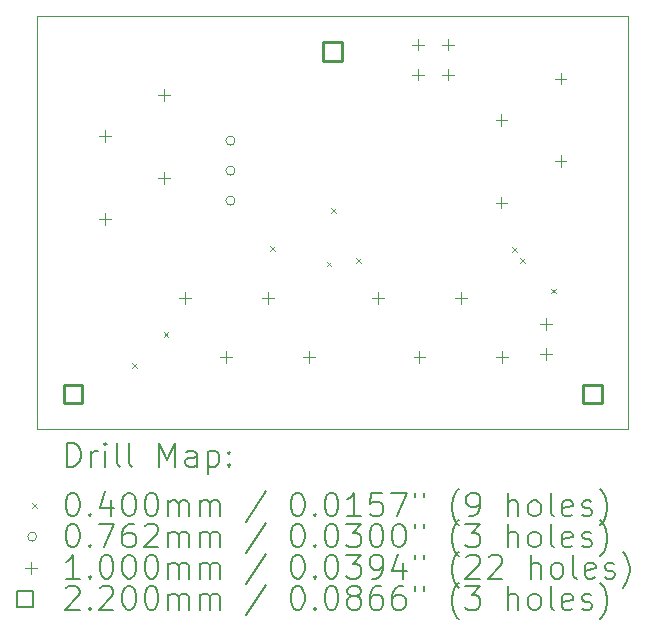
<source format=gbr>
%TF.GenerationSoftware,KiCad,Pcbnew,(6.0.8-1)-1*%
%TF.CreationDate,2022-12-26T00:29:07-06:00*%
%TF.ProjectId,CAN Distribution With Debug,43414e20-4469-4737-9472-69627574696f,rev?*%
%TF.SameCoordinates,Original*%
%TF.FileFunction,Drillmap*%
%TF.FilePolarity,Positive*%
%FSLAX45Y45*%
G04 Gerber Fmt 4.5, Leading zero omitted, Abs format (unit mm)*
G04 Created by KiCad (PCBNEW (6.0.8-1)-1) date 2022-12-26 00:29:07*
%MOMM*%
%LPD*%
G01*
G04 APERTURE LIST*
%ADD10C,0.100000*%
%ADD11C,0.200000*%
%ADD12C,0.040000*%
%ADD13C,0.076200*%
%ADD14C,0.220000*%
G04 APERTURE END LIST*
D10*
X9400000Y-8510000D02*
X14400000Y-8510000D01*
X14400000Y-8510000D02*
X14400000Y-12010000D01*
X14400000Y-12010000D02*
X9400000Y-12010000D01*
X9400000Y-12010000D02*
X9400000Y-8510000D01*
D11*
D12*
X10200000Y-11450000D02*
X10240000Y-11490000D01*
X10240000Y-11450000D02*
X10200000Y-11490000D01*
X10470000Y-11190000D02*
X10510000Y-11230000D01*
X10510000Y-11190000D02*
X10470000Y-11230000D01*
X11370000Y-10460000D02*
X11410000Y-10500000D01*
X11410000Y-10460000D02*
X11370000Y-10500000D01*
X11850000Y-10590000D02*
X11890000Y-10630000D01*
X11890000Y-10590000D02*
X11850000Y-10630000D01*
X11890000Y-10140000D02*
X11930000Y-10180000D01*
X11930000Y-10140000D02*
X11890000Y-10180000D01*
X12100000Y-10560000D02*
X12140000Y-10600000D01*
X12140000Y-10560000D02*
X12100000Y-10600000D01*
X13420000Y-10470000D02*
X13460000Y-10510000D01*
X13460000Y-10470000D02*
X13420000Y-10510000D01*
X13490000Y-10560000D02*
X13530000Y-10600000D01*
X13530000Y-10560000D02*
X13490000Y-10600000D01*
X13750000Y-10820000D02*
X13790000Y-10860000D01*
X13790000Y-10820000D02*
X13750000Y-10860000D01*
D13*
X11073100Y-9566000D02*
G75*
G03*
X11073100Y-9566000I-38100J0D01*
G01*
X11073100Y-9820000D02*
G75*
G03*
X11073100Y-9820000I-38100J0D01*
G01*
X11073100Y-10074000D02*
G75*
G03*
X11073100Y-10074000I-38100J0D01*
G01*
D10*
X9970000Y-9480000D02*
X9970000Y-9580000D01*
X9920000Y-9530000D02*
X10020000Y-9530000D01*
X9970000Y-10180000D02*
X9970000Y-10280000D01*
X9920000Y-10230000D02*
X10020000Y-10230000D01*
X10470000Y-9130000D02*
X10470000Y-9230000D01*
X10420000Y-9180000D02*
X10520000Y-9180000D01*
X10470000Y-9830000D02*
X10470000Y-9930000D01*
X10420000Y-9880000D02*
X10520000Y-9880000D01*
X10650000Y-10850500D02*
X10650000Y-10950500D01*
X10600000Y-10900500D02*
X10700000Y-10900500D01*
X11000000Y-11350500D02*
X11000000Y-11450500D01*
X10950000Y-11400500D02*
X11050000Y-11400500D01*
X11350000Y-10850500D02*
X11350000Y-10950500D01*
X11300000Y-10900500D02*
X11400000Y-10900500D01*
X11700000Y-11350500D02*
X11700000Y-11450500D01*
X11650000Y-11400500D02*
X11750000Y-11400500D01*
X12285000Y-10850500D02*
X12285000Y-10950500D01*
X12235000Y-10900500D02*
X12335000Y-10900500D01*
X12626000Y-8702250D02*
X12626000Y-8802250D01*
X12576000Y-8752250D02*
X12676000Y-8752250D01*
X12626000Y-8956250D02*
X12626000Y-9056250D01*
X12576000Y-9006250D02*
X12676000Y-9006250D01*
X12635000Y-11350500D02*
X12635000Y-11450500D01*
X12585000Y-11400500D02*
X12685000Y-11400500D01*
X12880000Y-8702250D02*
X12880000Y-8802250D01*
X12830000Y-8752250D02*
X12930000Y-8752250D01*
X12880000Y-8956250D02*
X12880000Y-9056250D01*
X12830000Y-9006250D02*
X12930000Y-9006250D01*
X12985000Y-10850500D02*
X12985000Y-10950500D01*
X12935000Y-10900500D02*
X13035000Y-10900500D01*
X13330000Y-9340000D02*
X13330000Y-9440000D01*
X13280000Y-9390000D02*
X13380000Y-9390000D01*
X13330000Y-10040000D02*
X13330000Y-10140000D01*
X13280000Y-10090000D02*
X13380000Y-10090000D01*
X13335000Y-11350500D02*
X13335000Y-11450500D01*
X13285000Y-11400500D02*
X13385000Y-11400500D01*
X13710000Y-11070000D02*
X13710000Y-11170000D01*
X13660000Y-11120000D02*
X13760000Y-11120000D01*
X13710000Y-11324000D02*
X13710000Y-11424000D01*
X13660000Y-11374000D02*
X13760000Y-11374000D01*
X13830000Y-8990000D02*
X13830000Y-9090000D01*
X13780000Y-9040000D02*
X13880000Y-9040000D01*
X13830000Y-9690000D02*
X13830000Y-9790000D01*
X13780000Y-9740000D02*
X13880000Y-9740000D01*
D14*
X9777783Y-11787782D02*
X9777783Y-11632217D01*
X9622218Y-11632217D01*
X9622218Y-11787782D01*
X9777783Y-11787782D01*
X11977782Y-8887783D02*
X11977782Y-8732218D01*
X11822217Y-8732218D01*
X11822217Y-8887783D01*
X11977782Y-8887783D01*
X14177782Y-11787782D02*
X14177782Y-11632217D01*
X14022217Y-11632217D01*
X14022217Y-11787782D01*
X14177782Y-11787782D01*
D11*
X9652619Y-12325476D02*
X9652619Y-12125476D01*
X9700238Y-12125476D01*
X9728810Y-12135000D01*
X9747857Y-12154048D01*
X9757381Y-12173095D01*
X9766905Y-12211190D01*
X9766905Y-12239762D01*
X9757381Y-12277857D01*
X9747857Y-12296905D01*
X9728810Y-12315952D01*
X9700238Y-12325476D01*
X9652619Y-12325476D01*
X9852619Y-12325476D02*
X9852619Y-12192143D01*
X9852619Y-12230238D02*
X9862143Y-12211190D01*
X9871667Y-12201667D01*
X9890714Y-12192143D01*
X9909762Y-12192143D01*
X9976429Y-12325476D02*
X9976429Y-12192143D01*
X9976429Y-12125476D02*
X9966905Y-12135000D01*
X9976429Y-12144524D01*
X9985952Y-12135000D01*
X9976429Y-12125476D01*
X9976429Y-12144524D01*
X10100238Y-12325476D02*
X10081190Y-12315952D01*
X10071667Y-12296905D01*
X10071667Y-12125476D01*
X10205000Y-12325476D02*
X10185952Y-12315952D01*
X10176429Y-12296905D01*
X10176429Y-12125476D01*
X10433571Y-12325476D02*
X10433571Y-12125476D01*
X10500238Y-12268333D01*
X10566905Y-12125476D01*
X10566905Y-12325476D01*
X10747857Y-12325476D02*
X10747857Y-12220714D01*
X10738333Y-12201667D01*
X10719286Y-12192143D01*
X10681190Y-12192143D01*
X10662143Y-12201667D01*
X10747857Y-12315952D02*
X10728810Y-12325476D01*
X10681190Y-12325476D01*
X10662143Y-12315952D01*
X10652619Y-12296905D01*
X10652619Y-12277857D01*
X10662143Y-12258809D01*
X10681190Y-12249286D01*
X10728810Y-12249286D01*
X10747857Y-12239762D01*
X10843095Y-12192143D02*
X10843095Y-12392143D01*
X10843095Y-12201667D02*
X10862143Y-12192143D01*
X10900238Y-12192143D01*
X10919286Y-12201667D01*
X10928810Y-12211190D01*
X10938333Y-12230238D01*
X10938333Y-12287381D01*
X10928810Y-12306428D01*
X10919286Y-12315952D01*
X10900238Y-12325476D01*
X10862143Y-12325476D01*
X10843095Y-12315952D01*
X11024048Y-12306428D02*
X11033571Y-12315952D01*
X11024048Y-12325476D01*
X11014524Y-12315952D01*
X11024048Y-12306428D01*
X11024048Y-12325476D01*
X11024048Y-12201667D02*
X11033571Y-12211190D01*
X11024048Y-12220714D01*
X11014524Y-12211190D01*
X11024048Y-12201667D01*
X11024048Y-12220714D01*
D12*
X9355000Y-12635000D02*
X9395000Y-12675000D01*
X9395000Y-12635000D02*
X9355000Y-12675000D01*
D11*
X9690714Y-12545476D02*
X9709762Y-12545476D01*
X9728810Y-12555000D01*
X9738333Y-12564524D01*
X9747857Y-12583571D01*
X9757381Y-12621667D01*
X9757381Y-12669286D01*
X9747857Y-12707381D01*
X9738333Y-12726428D01*
X9728810Y-12735952D01*
X9709762Y-12745476D01*
X9690714Y-12745476D01*
X9671667Y-12735952D01*
X9662143Y-12726428D01*
X9652619Y-12707381D01*
X9643095Y-12669286D01*
X9643095Y-12621667D01*
X9652619Y-12583571D01*
X9662143Y-12564524D01*
X9671667Y-12555000D01*
X9690714Y-12545476D01*
X9843095Y-12726428D02*
X9852619Y-12735952D01*
X9843095Y-12745476D01*
X9833571Y-12735952D01*
X9843095Y-12726428D01*
X9843095Y-12745476D01*
X10024048Y-12612143D02*
X10024048Y-12745476D01*
X9976429Y-12535952D02*
X9928810Y-12678809D01*
X10052619Y-12678809D01*
X10166905Y-12545476D02*
X10185952Y-12545476D01*
X10205000Y-12555000D01*
X10214524Y-12564524D01*
X10224048Y-12583571D01*
X10233571Y-12621667D01*
X10233571Y-12669286D01*
X10224048Y-12707381D01*
X10214524Y-12726428D01*
X10205000Y-12735952D01*
X10185952Y-12745476D01*
X10166905Y-12745476D01*
X10147857Y-12735952D01*
X10138333Y-12726428D01*
X10128810Y-12707381D01*
X10119286Y-12669286D01*
X10119286Y-12621667D01*
X10128810Y-12583571D01*
X10138333Y-12564524D01*
X10147857Y-12555000D01*
X10166905Y-12545476D01*
X10357381Y-12545476D02*
X10376429Y-12545476D01*
X10395476Y-12555000D01*
X10405000Y-12564524D01*
X10414524Y-12583571D01*
X10424048Y-12621667D01*
X10424048Y-12669286D01*
X10414524Y-12707381D01*
X10405000Y-12726428D01*
X10395476Y-12735952D01*
X10376429Y-12745476D01*
X10357381Y-12745476D01*
X10338333Y-12735952D01*
X10328810Y-12726428D01*
X10319286Y-12707381D01*
X10309762Y-12669286D01*
X10309762Y-12621667D01*
X10319286Y-12583571D01*
X10328810Y-12564524D01*
X10338333Y-12555000D01*
X10357381Y-12545476D01*
X10509762Y-12745476D02*
X10509762Y-12612143D01*
X10509762Y-12631190D02*
X10519286Y-12621667D01*
X10538333Y-12612143D01*
X10566905Y-12612143D01*
X10585952Y-12621667D01*
X10595476Y-12640714D01*
X10595476Y-12745476D01*
X10595476Y-12640714D02*
X10605000Y-12621667D01*
X10624048Y-12612143D01*
X10652619Y-12612143D01*
X10671667Y-12621667D01*
X10681190Y-12640714D01*
X10681190Y-12745476D01*
X10776429Y-12745476D02*
X10776429Y-12612143D01*
X10776429Y-12631190D02*
X10785952Y-12621667D01*
X10805000Y-12612143D01*
X10833571Y-12612143D01*
X10852619Y-12621667D01*
X10862143Y-12640714D01*
X10862143Y-12745476D01*
X10862143Y-12640714D02*
X10871667Y-12621667D01*
X10890714Y-12612143D01*
X10919286Y-12612143D01*
X10938333Y-12621667D01*
X10947857Y-12640714D01*
X10947857Y-12745476D01*
X11338333Y-12535952D02*
X11166905Y-12793095D01*
X11595476Y-12545476D02*
X11614524Y-12545476D01*
X11633571Y-12555000D01*
X11643095Y-12564524D01*
X11652619Y-12583571D01*
X11662143Y-12621667D01*
X11662143Y-12669286D01*
X11652619Y-12707381D01*
X11643095Y-12726428D01*
X11633571Y-12735952D01*
X11614524Y-12745476D01*
X11595476Y-12745476D01*
X11576428Y-12735952D01*
X11566905Y-12726428D01*
X11557381Y-12707381D01*
X11547857Y-12669286D01*
X11547857Y-12621667D01*
X11557381Y-12583571D01*
X11566905Y-12564524D01*
X11576428Y-12555000D01*
X11595476Y-12545476D01*
X11747857Y-12726428D02*
X11757381Y-12735952D01*
X11747857Y-12745476D01*
X11738333Y-12735952D01*
X11747857Y-12726428D01*
X11747857Y-12745476D01*
X11881190Y-12545476D02*
X11900238Y-12545476D01*
X11919286Y-12555000D01*
X11928809Y-12564524D01*
X11938333Y-12583571D01*
X11947857Y-12621667D01*
X11947857Y-12669286D01*
X11938333Y-12707381D01*
X11928809Y-12726428D01*
X11919286Y-12735952D01*
X11900238Y-12745476D01*
X11881190Y-12745476D01*
X11862143Y-12735952D01*
X11852619Y-12726428D01*
X11843095Y-12707381D01*
X11833571Y-12669286D01*
X11833571Y-12621667D01*
X11843095Y-12583571D01*
X11852619Y-12564524D01*
X11862143Y-12555000D01*
X11881190Y-12545476D01*
X12138333Y-12745476D02*
X12024048Y-12745476D01*
X12081190Y-12745476D02*
X12081190Y-12545476D01*
X12062143Y-12574048D01*
X12043095Y-12593095D01*
X12024048Y-12602619D01*
X12319286Y-12545476D02*
X12224048Y-12545476D01*
X12214524Y-12640714D01*
X12224048Y-12631190D01*
X12243095Y-12621667D01*
X12290714Y-12621667D01*
X12309762Y-12631190D01*
X12319286Y-12640714D01*
X12328809Y-12659762D01*
X12328809Y-12707381D01*
X12319286Y-12726428D01*
X12309762Y-12735952D01*
X12290714Y-12745476D01*
X12243095Y-12745476D01*
X12224048Y-12735952D01*
X12214524Y-12726428D01*
X12395476Y-12545476D02*
X12528809Y-12545476D01*
X12443095Y-12745476D01*
X12595476Y-12545476D02*
X12595476Y-12583571D01*
X12671667Y-12545476D02*
X12671667Y-12583571D01*
X12966905Y-12821667D02*
X12957381Y-12812143D01*
X12938333Y-12783571D01*
X12928809Y-12764524D01*
X12919286Y-12735952D01*
X12909762Y-12688333D01*
X12909762Y-12650238D01*
X12919286Y-12602619D01*
X12928809Y-12574048D01*
X12938333Y-12555000D01*
X12957381Y-12526428D01*
X12966905Y-12516905D01*
X13052619Y-12745476D02*
X13090714Y-12745476D01*
X13109762Y-12735952D01*
X13119286Y-12726428D01*
X13138333Y-12697857D01*
X13147857Y-12659762D01*
X13147857Y-12583571D01*
X13138333Y-12564524D01*
X13128809Y-12555000D01*
X13109762Y-12545476D01*
X13071667Y-12545476D01*
X13052619Y-12555000D01*
X13043095Y-12564524D01*
X13033571Y-12583571D01*
X13033571Y-12631190D01*
X13043095Y-12650238D01*
X13052619Y-12659762D01*
X13071667Y-12669286D01*
X13109762Y-12669286D01*
X13128809Y-12659762D01*
X13138333Y-12650238D01*
X13147857Y-12631190D01*
X13385952Y-12745476D02*
X13385952Y-12545476D01*
X13471667Y-12745476D02*
X13471667Y-12640714D01*
X13462143Y-12621667D01*
X13443095Y-12612143D01*
X13414524Y-12612143D01*
X13395476Y-12621667D01*
X13385952Y-12631190D01*
X13595476Y-12745476D02*
X13576428Y-12735952D01*
X13566905Y-12726428D01*
X13557381Y-12707381D01*
X13557381Y-12650238D01*
X13566905Y-12631190D01*
X13576428Y-12621667D01*
X13595476Y-12612143D01*
X13624048Y-12612143D01*
X13643095Y-12621667D01*
X13652619Y-12631190D01*
X13662143Y-12650238D01*
X13662143Y-12707381D01*
X13652619Y-12726428D01*
X13643095Y-12735952D01*
X13624048Y-12745476D01*
X13595476Y-12745476D01*
X13776428Y-12745476D02*
X13757381Y-12735952D01*
X13747857Y-12716905D01*
X13747857Y-12545476D01*
X13928809Y-12735952D02*
X13909762Y-12745476D01*
X13871667Y-12745476D01*
X13852619Y-12735952D01*
X13843095Y-12716905D01*
X13843095Y-12640714D01*
X13852619Y-12621667D01*
X13871667Y-12612143D01*
X13909762Y-12612143D01*
X13928809Y-12621667D01*
X13938333Y-12640714D01*
X13938333Y-12659762D01*
X13843095Y-12678809D01*
X14014524Y-12735952D02*
X14033571Y-12745476D01*
X14071667Y-12745476D01*
X14090714Y-12735952D01*
X14100238Y-12716905D01*
X14100238Y-12707381D01*
X14090714Y-12688333D01*
X14071667Y-12678809D01*
X14043095Y-12678809D01*
X14024048Y-12669286D01*
X14014524Y-12650238D01*
X14014524Y-12640714D01*
X14024048Y-12621667D01*
X14043095Y-12612143D01*
X14071667Y-12612143D01*
X14090714Y-12621667D01*
X14166905Y-12821667D02*
X14176428Y-12812143D01*
X14195476Y-12783571D01*
X14205000Y-12764524D01*
X14214524Y-12735952D01*
X14224048Y-12688333D01*
X14224048Y-12650238D01*
X14214524Y-12602619D01*
X14205000Y-12574048D01*
X14195476Y-12555000D01*
X14176428Y-12526428D01*
X14166905Y-12516905D01*
D13*
X9395000Y-12919000D02*
G75*
G03*
X9395000Y-12919000I-38100J0D01*
G01*
D11*
X9690714Y-12809476D02*
X9709762Y-12809476D01*
X9728810Y-12819000D01*
X9738333Y-12828524D01*
X9747857Y-12847571D01*
X9757381Y-12885667D01*
X9757381Y-12933286D01*
X9747857Y-12971381D01*
X9738333Y-12990428D01*
X9728810Y-12999952D01*
X9709762Y-13009476D01*
X9690714Y-13009476D01*
X9671667Y-12999952D01*
X9662143Y-12990428D01*
X9652619Y-12971381D01*
X9643095Y-12933286D01*
X9643095Y-12885667D01*
X9652619Y-12847571D01*
X9662143Y-12828524D01*
X9671667Y-12819000D01*
X9690714Y-12809476D01*
X9843095Y-12990428D02*
X9852619Y-12999952D01*
X9843095Y-13009476D01*
X9833571Y-12999952D01*
X9843095Y-12990428D01*
X9843095Y-13009476D01*
X9919286Y-12809476D02*
X10052619Y-12809476D01*
X9966905Y-13009476D01*
X10214524Y-12809476D02*
X10176429Y-12809476D01*
X10157381Y-12819000D01*
X10147857Y-12828524D01*
X10128810Y-12857095D01*
X10119286Y-12895190D01*
X10119286Y-12971381D01*
X10128810Y-12990428D01*
X10138333Y-12999952D01*
X10157381Y-13009476D01*
X10195476Y-13009476D01*
X10214524Y-12999952D01*
X10224048Y-12990428D01*
X10233571Y-12971381D01*
X10233571Y-12923762D01*
X10224048Y-12904714D01*
X10214524Y-12895190D01*
X10195476Y-12885667D01*
X10157381Y-12885667D01*
X10138333Y-12895190D01*
X10128810Y-12904714D01*
X10119286Y-12923762D01*
X10309762Y-12828524D02*
X10319286Y-12819000D01*
X10338333Y-12809476D01*
X10385952Y-12809476D01*
X10405000Y-12819000D01*
X10414524Y-12828524D01*
X10424048Y-12847571D01*
X10424048Y-12866619D01*
X10414524Y-12895190D01*
X10300238Y-13009476D01*
X10424048Y-13009476D01*
X10509762Y-13009476D02*
X10509762Y-12876143D01*
X10509762Y-12895190D02*
X10519286Y-12885667D01*
X10538333Y-12876143D01*
X10566905Y-12876143D01*
X10585952Y-12885667D01*
X10595476Y-12904714D01*
X10595476Y-13009476D01*
X10595476Y-12904714D02*
X10605000Y-12885667D01*
X10624048Y-12876143D01*
X10652619Y-12876143D01*
X10671667Y-12885667D01*
X10681190Y-12904714D01*
X10681190Y-13009476D01*
X10776429Y-13009476D02*
X10776429Y-12876143D01*
X10776429Y-12895190D02*
X10785952Y-12885667D01*
X10805000Y-12876143D01*
X10833571Y-12876143D01*
X10852619Y-12885667D01*
X10862143Y-12904714D01*
X10862143Y-13009476D01*
X10862143Y-12904714D02*
X10871667Y-12885667D01*
X10890714Y-12876143D01*
X10919286Y-12876143D01*
X10938333Y-12885667D01*
X10947857Y-12904714D01*
X10947857Y-13009476D01*
X11338333Y-12799952D02*
X11166905Y-13057095D01*
X11595476Y-12809476D02*
X11614524Y-12809476D01*
X11633571Y-12819000D01*
X11643095Y-12828524D01*
X11652619Y-12847571D01*
X11662143Y-12885667D01*
X11662143Y-12933286D01*
X11652619Y-12971381D01*
X11643095Y-12990428D01*
X11633571Y-12999952D01*
X11614524Y-13009476D01*
X11595476Y-13009476D01*
X11576428Y-12999952D01*
X11566905Y-12990428D01*
X11557381Y-12971381D01*
X11547857Y-12933286D01*
X11547857Y-12885667D01*
X11557381Y-12847571D01*
X11566905Y-12828524D01*
X11576428Y-12819000D01*
X11595476Y-12809476D01*
X11747857Y-12990428D02*
X11757381Y-12999952D01*
X11747857Y-13009476D01*
X11738333Y-12999952D01*
X11747857Y-12990428D01*
X11747857Y-13009476D01*
X11881190Y-12809476D02*
X11900238Y-12809476D01*
X11919286Y-12819000D01*
X11928809Y-12828524D01*
X11938333Y-12847571D01*
X11947857Y-12885667D01*
X11947857Y-12933286D01*
X11938333Y-12971381D01*
X11928809Y-12990428D01*
X11919286Y-12999952D01*
X11900238Y-13009476D01*
X11881190Y-13009476D01*
X11862143Y-12999952D01*
X11852619Y-12990428D01*
X11843095Y-12971381D01*
X11833571Y-12933286D01*
X11833571Y-12885667D01*
X11843095Y-12847571D01*
X11852619Y-12828524D01*
X11862143Y-12819000D01*
X11881190Y-12809476D01*
X12014524Y-12809476D02*
X12138333Y-12809476D01*
X12071667Y-12885667D01*
X12100238Y-12885667D01*
X12119286Y-12895190D01*
X12128809Y-12904714D01*
X12138333Y-12923762D01*
X12138333Y-12971381D01*
X12128809Y-12990428D01*
X12119286Y-12999952D01*
X12100238Y-13009476D01*
X12043095Y-13009476D01*
X12024048Y-12999952D01*
X12014524Y-12990428D01*
X12262143Y-12809476D02*
X12281190Y-12809476D01*
X12300238Y-12819000D01*
X12309762Y-12828524D01*
X12319286Y-12847571D01*
X12328809Y-12885667D01*
X12328809Y-12933286D01*
X12319286Y-12971381D01*
X12309762Y-12990428D01*
X12300238Y-12999952D01*
X12281190Y-13009476D01*
X12262143Y-13009476D01*
X12243095Y-12999952D01*
X12233571Y-12990428D01*
X12224048Y-12971381D01*
X12214524Y-12933286D01*
X12214524Y-12885667D01*
X12224048Y-12847571D01*
X12233571Y-12828524D01*
X12243095Y-12819000D01*
X12262143Y-12809476D01*
X12452619Y-12809476D02*
X12471667Y-12809476D01*
X12490714Y-12819000D01*
X12500238Y-12828524D01*
X12509762Y-12847571D01*
X12519286Y-12885667D01*
X12519286Y-12933286D01*
X12509762Y-12971381D01*
X12500238Y-12990428D01*
X12490714Y-12999952D01*
X12471667Y-13009476D01*
X12452619Y-13009476D01*
X12433571Y-12999952D01*
X12424048Y-12990428D01*
X12414524Y-12971381D01*
X12405000Y-12933286D01*
X12405000Y-12885667D01*
X12414524Y-12847571D01*
X12424048Y-12828524D01*
X12433571Y-12819000D01*
X12452619Y-12809476D01*
X12595476Y-12809476D02*
X12595476Y-12847571D01*
X12671667Y-12809476D02*
X12671667Y-12847571D01*
X12966905Y-13085667D02*
X12957381Y-13076143D01*
X12938333Y-13047571D01*
X12928809Y-13028524D01*
X12919286Y-12999952D01*
X12909762Y-12952333D01*
X12909762Y-12914238D01*
X12919286Y-12866619D01*
X12928809Y-12838048D01*
X12938333Y-12819000D01*
X12957381Y-12790428D01*
X12966905Y-12780905D01*
X13024048Y-12809476D02*
X13147857Y-12809476D01*
X13081190Y-12885667D01*
X13109762Y-12885667D01*
X13128809Y-12895190D01*
X13138333Y-12904714D01*
X13147857Y-12923762D01*
X13147857Y-12971381D01*
X13138333Y-12990428D01*
X13128809Y-12999952D01*
X13109762Y-13009476D01*
X13052619Y-13009476D01*
X13033571Y-12999952D01*
X13024048Y-12990428D01*
X13385952Y-13009476D02*
X13385952Y-12809476D01*
X13471667Y-13009476D02*
X13471667Y-12904714D01*
X13462143Y-12885667D01*
X13443095Y-12876143D01*
X13414524Y-12876143D01*
X13395476Y-12885667D01*
X13385952Y-12895190D01*
X13595476Y-13009476D02*
X13576428Y-12999952D01*
X13566905Y-12990428D01*
X13557381Y-12971381D01*
X13557381Y-12914238D01*
X13566905Y-12895190D01*
X13576428Y-12885667D01*
X13595476Y-12876143D01*
X13624048Y-12876143D01*
X13643095Y-12885667D01*
X13652619Y-12895190D01*
X13662143Y-12914238D01*
X13662143Y-12971381D01*
X13652619Y-12990428D01*
X13643095Y-12999952D01*
X13624048Y-13009476D01*
X13595476Y-13009476D01*
X13776428Y-13009476D02*
X13757381Y-12999952D01*
X13747857Y-12980905D01*
X13747857Y-12809476D01*
X13928809Y-12999952D02*
X13909762Y-13009476D01*
X13871667Y-13009476D01*
X13852619Y-12999952D01*
X13843095Y-12980905D01*
X13843095Y-12904714D01*
X13852619Y-12885667D01*
X13871667Y-12876143D01*
X13909762Y-12876143D01*
X13928809Y-12885667D01*
X13938333Y-12904714D01*
X13938333Y-12923762D01*
X13843095Y-12942809D01*
X14014524Y-12999952D02*
X14033571Y-13009476D01*
X14071667Y-13009476D01*
X14090714Y-12999952D01*
X14100238Y-12980905D01*
X14100238Y-12971381D01*
X14090714Y-12952333D01*
X14071667Y-12942809D01*
X14043095Y-12942809D01*
X14024048Y-12933286D01*
X14014524Y-12914238D01*
X14014524Y-12904714D01*
X14024048Y-12885667D01*
X14043095Y-12876143D01*
X14071667Y-12876143D01*
X14090714Y-12885667D01*
X14166905Y-13085667D02*
X14176428Y-13076143D01*
X14195476Y-13047571D01*
X14205000Y-13028524D01*
X14214524Y-12999952D01*
X14224048Y-12952333D01*
X14224048Y-12914238D01*
X14214524Y-12866619D01*
X14205000Y-12838048D01*
X14195476Y-12819000D01*
X14176428Y-12790428D01*
X14166905Y-12780905D01*
D10*
X9345000Y-13133000D02*
X9345000Y-13233000D01*
X9295000Y-13183000D02*
X9395000Y-13183000D01*
D11*
X9757381Y-13273476D02*
X9643095Y-13273476D01*
X9700238Y-13273476D02*
X9700238Y-13073476D01*
X9681190Y-13102048D01*
X9662143Y-13121095D01*
X9643095Y-13130619D01*
X9843095Y-13254428D02*
X9852619Y-13263952D01*
X9843095Y-13273476D01*
X9833571Y-13263952D01*
X9843095Y-13254428D01*
X9843095Y-13273476D01*
X9976429Y-13073476D02*
X9995476Y-13073476D01*
X10014524Y-13083000D01*
X10024048Y-13092524D01*
X10033571Y-13111571D01*
X10043095Y-13149667D01*
X10043095Y-13197286D01*
X10033571Y-13235381D01*
X10024048Y-13254428D01*
X10014524Y-13263952D01*
X9995476Y-13273476D01*
X9976429Y-13273476D01*
X9957381Y-13263952D01*
X9947857Y-13254428D01*
X9938333Y-13235381D01*
X9928810Y-13197286D01*
X9928810Y-13149667D01*
X9938333Y-13111571D01*
X9947857Y-13092524D01*
X9957381Y-13083000D01*
X9976429Y-13073476D01*
X10166905Y-13073476D02*
X10185952Y-13073476D01*
X10205000Y-13083000D01*
X10214524Y-13092524D01*
X10224048Y-13111571D01*
X10233571Y-13149667D01*
X10233571Y-13197286D01*
X10224048Y-13235381D01*
X10214524Y-13254428D01*
X10205000Y-13263952D01*
X10185952Y-13273476D01*
X10166905Y-13273476D01*
X10147857Y-13263952D01*
X10138333Y-13254428D01*
X10128810Y-13235381D01*
X10119286Y-13197286D01*
X10119286Y-13149667D01*
X10128810Y-13111571D01*
X10138333Y-13092524D01*
X10147857Y-13083000D01*
X10166905Y-13073476D01*
X10357381Y-13073476D02*
X10376429Y-13073476D01*
X10395476Y-13083000D01*
X10405000Y-13092524D01*
X10414524Y-13111571D01*
X10424048Y-13149667D01*
X10424048Y-13197286D01*
X10414524Y-13235381D01*
X10405000Y-13254428D01*
X10395476Y-13263952D01*
X10376429Y-13273476D01*
X10357381Y-13273476D01*
X10338333Y-13263952D01*
X10328810Y-13254428D01*
X10319286Y-13235381D01*
X10309762Y-13197286D01*
X10309762Y-13149667D01*
X10319286Y-13111571D01*
X10328810Y-13092524D01*
X10338333Y-13083000D01*
X10357381Y-13073476D01*
X10509762Y-13273476D02*
X10509762Y-13140143D01*
X10509762Y-13159190D02*
X10519286Y-13149667D01*
X10538333Y-13140143D01*
X10566905Y-13140143D01*
X10585952Y-13149667D01*
X10595476Y-13168714D01*
X10595476Y-13273476D01*
X10595476Y-13168714D02*
X10605000Y-13149667D01*
X10624048Y-13140143D01*
X10652619Y-13140143D01*
X10671667Y-13149667D01*
X10681190Y-13168714D01*
X10681190Y-13273476D01*
X10776429Y-13273476D02*
X10776429Y-13140143D01*
X10776429Y-13159190D02*
X10785952Y-13149667D01*
X10805000Y-13140143D01*
X10833571Y-13140143D01*
X10852619Y-13149667D01*
X10862143Y-13168714D01*
X10862143Y-13273476D01*
X10862143Y-13168714D02*
X10871667Y-13149667D01*
X10890714Y-13140143D01*
X10919286Y-13140143D01*
X10938333Y-13149667D01*
X10947857Y-13168714D01*
X10947857Y-13273476D01*
X11338333Y-13063952D02*
X11166905Y-13321095D01*
X11595476Y-13073476D02*
X11614524Y-13073476D01*
X11633571Y-13083000D01*
X11643095Y-13092524D01*
X11652619Y-13111571D01*
X11662143Y-13149667D01*
X11662143Y-13197286D01*
X11652619Y-13235381D01*
X11643095Y-13254428D01*
X11633571Y-13263952D01*
X11614524Y-13273476D01*
X11595476Y-13273476D01*
X11576428Y-13263952D01*
X11566905Y-13254428D01*
X11557381Y-13235381D01*
X11547857Y-13197286D01*
X11547857Y-13149667D01*
X11557381Y-13111571D01*
X11566905Y-13092524D01*
X11576428Y-13083000D01*
X11595476Y-13073476D01*
X11747857Y-13254428D02*
X11757381Y-13263952D01*
X11747857Y-13273476D01*
X11738333Y-13263952D01*
X11747857Y-13254428D01*
X11747857Y-13273476D01*
X11881190Y-13073476D02*
X11900238Y-13073476D01*
X11919286Y-13083000D01*
X11928809Y-13092524D01*
X11938333Y-13111571D01*
X11947857Y-13149667D01*
X11947857Y-13197286D01*
X11938333Y-13235381D01*
X11928809Y-13254428D01*
X11919286Y-13263952D01*
X11900238Y-13273476D01*
X11881190Y-13273476D01*
X11862143Y-13263952D01*
X11852619Y-13254428D01*
X11843095Y-13235381D01*
X11833571Y-13197286D01*
X11833571Y-13149667D01*
X11843095Y-13111571D01*
X11852619Y-13092524D01*
X11862143Y-13083000D01*
X11881190Y-13073476D01*
X12014524Y-13073476D02*
X12138333Y-13073476D01*
X12071667Y-13149667D01*
X12100238Y-13149667D01*
X12119286Y-13159190D01*
X12128809Y-13168714D01*
X12138333Y-13187762D01*
X12138333Y-13235381D01*
X12128809Y-13254428D01*
X12119286Y-13263952D01*
X12100238Y-13273476D01*
X12043095Y-13273476D01*
X12024048Y-13263952D01*
X12014524Y-13254428D01*
X12233571Y-13273476D02*
X12271667Y-13273476D01*
X12290714Y-13263952D01*
X12300238Y-13254428D01*
X12319286Y-13225857D01*
X12328809Y-13187762D01*
X12328809Y-13111571D01*
X12319286Y-13092524D01*
X12309762Y-13083000D01*
X12290714Y-13073476D01*
X12252619Y-13073476D01*
X12233571Y-13083000D01*
X12224048Y-13092524D01*
X12214524Y-13111571D01*
X12214524Y-13159190D01*
X12224048Y-13178238D01*
X12233571Y-13187762D01*
X12252619Y-13197286D01*
X12290714Y-13197286D01*
X12309762Y-13187762D01*
X12319286Y-13178238D01*
X12328809Y-13159190D01*
X12500238Y-13140143D02*
X12500238Y-13273476D01*
X12452619Y-13063952D02*
X12405000Y-13206809D01*
X12528809Y-13206809D01*
X12595476Y-13073476D02*
X12595476Y-13111571D01*
X12671667Y-13073476D02*
X12671667Y-13111571D01*
X12966905Y-13349667D02*
X12957381Y-13340143D01*
X12938333Y-13311571D01*
X12928809Y-13292524D01*
X12919286Y-13263952D01*
X12909762Y-13216333D01*
X12909762Y-13178238D01*
X12919286Y-13130619D01*
X12928809Y-13102048D01*
X12938333Y-13083000D01*
X12957381Y-13054428D01*
X12966905Y-13044905D01*
X13033571Y-13092524D02*
X13043095Y-13083000D01*
X13062143Y-13073476D01*
X13109762Y-13073476D01*
X13128809Y-13083000D01*
X13138333Y-13092524D01*
X13147857Y-13111571D01*
X13147857Y-13130619D01*
X13138333Y-13159190D01*
X13024048Y-13273476D01*
X13147857Y-13273476D01*
X13224048Y-13092524D02*
X13233571Y-13083000D01*
X13252619Y-13073476D01*
X13300238Y-13073476D01*
X13319286Y-13083000D01*
X13328809Y-13092524D01*
X13338333Y-13111571D01*
X13338333Y-13130619D01*
X13328809Y-13159190D01*
X13214524Y-13273476D01*
X13338333Y-13273476D01*
X13576428Y-13273476D02*
X13576428Y-13073476D01*
X13662143Y-13273476D02*
X13662143Y-13168714D01*
X13652619Y-13149667D01*
X13633571Y-13140143D01*
X13605000Y-13140143D01*
X13585952Y-13149667D01*
X13576428Y-13159190D01*
X13785952Y-13273476D02*
X13766905Y-13263952D01*
X13757381Y-13254428D01*
X13747857Y-13235381D01*
X13747857Y-13178238D01*
X13757381Y-13159190D01*
X13766905Y-13149667D01*
X13785952Y-13140143D01*
X13814524Y-13140143D01*
X13833571Y-13149667D01*
X13843095Y-13159190D01*
X13852619Y-13178238D01*
X13852619Y-13235381D01*
X13843095Y-13254428D01*
X13833571Y-13263952D01*
X13814524Y-13273476D01*
X13785952Y-13273476D01*
X13966905Y-13273476D02*
X13947857Y-13263952D01*
X13938333Y-13244905D01*
X13938333Y-13073476D01*
X14119286Y-13263952D02*
X14100238Y-13273476D01*
X14062143Y-13273476D01*
X14043095Y-13263952D01*
X14033571Y-13244905D01*
X14033571Y-13168714D01*
X14043095Y-13149667D01*
X14062143Y-13140143D01*
X14100238Y-13140143D01*
X14119286Y-13149667D01*
X14128809Y-13168714D01*
X14128809Y-13187762D01*
X14033571Y-13206809D01*
X14205000Y-13263952D02*
X14224048Y-13273476D01*
X14262143Y-13273476D01*
X14281190Y-13263952D01*
X14290714Y-13244905D01*
X14290714Y-13235381D01*
X14281190Y-13216333D01*
X14262143Y-13206809D01*
X14233571Y-13206809D01*
X14214524Y-13197286D01*
X14205000Y-13178238D01*
X14205000Y-13168714D01*
X14214524Y-13149667D01*
X14233571Y-13140143D01*
X14262143Y-13140143D01*
X14281190Y-13149667D01*
X14357381Y-13349667D02*
X14366905Y-13340143D01*
X14385952Y-13311571D01*
X14395476Y-13292524D01*
X14405000Y-13263952D01*
X14414524Y-13216333D01*
X14414524Y-13178238D01*
X14405000Y-13130619D01*
X14395476Y-13102048D01*
X14385952Y-13083000D01*
X14366905Y-13054428D01*
X14357381Y-13044905D01*
X9365711Y-13517711D02*
X9365711Y-13376289D01*
X9224289Y-13376289D01*
X9224289Y-13517711D01*
X9365711Y-13517711D01*
X9643095Y-13356524D02*
X9652619Y-13347000D01*
X9671667Y-13337476D01*
X9719286Y-13337476D01*
X9738333Y-13347000D01*
X9747857Y-13356524D01*
X9757381Y-13375571D01*
X9757381Y-13394619D01*
X9747857Y-13423190D01*
X9633571Y-13537476D01*
X9757381Y-13537476D01*
X9843095Y-13518428D02*
X9852619Y-13527952D01*
X9843095Y-13537476D01*
X9833571Y-13527952D01*
X9843095Y-13518428D01*
X9843095Y-13537476D01*
X9928810Y-13356524D02*
X9938333Y-13347000D01*
X9957381Y-13337476D01*
X10005000Y-13337476D01*
X10024048Y-13347000D01*
X10033571Y-13356524D01*
X10043095Y-13375571D01*
X10043095Y-13394619D01*
X10033571Y-13423190D01*
X9919286Y-13537476D01*
X10043095Y-13537476D01*
X10166905Y-13337476D02*
X10185952Y-13337476D01*
X10205000Y-13347000D01*
X10214524Y-13356524D01*
X10224048Y-13375571D01*
X10233571Y-13413667D01*
X10233571Y-13461286D01*
X10224048Y-13499381D01*
X10214524Y-13518428D01*
X10205000Y-13527952D01*
X10185952Y-13537476D01*
X10166905Y-13537476D01*
X10147857Y-13527952D01*
X10138333Y-13518428D01*
X10128810Y-13499381D01*
X10119286Y-13461286D01*
X10119286Y-13413667D01*
X10128810Y-13375571D01*
X10138333Y-13356524D01*
X10147857Y-13347000D01*
X10166905Y-13337476D01*
X10357381Y-13337476D02*
X10376429Y-13337476D01*
X10395476Y-13347000D01*
X10405000Y-13356524D01*
X10414524Y-13375571D01*
X10424048Y-13413667D01*
X10424048Y-13461286D01*
X10414524Y-13499381D01*
X10405000Y-13518428D01*
X10395476Y-13527952D01*
X10376429Y-13537476D01*
X10357381Y-13537476D01*
X10338333Y-13527952D01*
X10328810Y-13518428D01*
X10319286Y-13499381D01*
X10309762Y-13461286D01*
X10309762Y-13413667D01*
X10319286Y-13375571D01*
X10328810Y-13356524D01*
X10338333Y-13347000D01*
X10357381Y-13337476D01*
X10509762Y-13537476D02*
X10509762Y-13404143D01*
X10509762Y-13423190D02*
X10519286Y-13413667D01*
X10538333Y-13404143D01*
X10566905Y-13404143D01*
X10585952Y-13413667D01*
X10595476Y-13432714D01*
X10595476Y-13537476D01*
X10595476Y-13432714D02*
X10605000Y-13413667D01*
X10624048Y-13404143D01*
X10652619Y-13404143D01*
X10671667Y-13413667D01*
X10681190Y-13432714D01*
X10681190Y-13537476D01*
X10776429Y-13537476D02*
X10776429Y-13404143D01*
X10776429Y-13423190D02*
X10785952Y-13413667D01*
X10805000Y-13404143D01*
X10833571Y-13404143D01*
X10852619Y-13413667D01*
X10862143Y-13432714D01*
X10862143Y-13537476D01*
X10862143Y-13432714D02*
X10871667Y-13413667D01*
X10890714Y-13404143D01*
X10919286Y-13404143D01*
X10938333Y-13413667D01*
X10947857Y-13432714D01*
X10947857Y-13537476D01*
X11338333Y-13327952D02*
X11166905Y-13585095D01*
X11595476Y-13337476D02*
X11614524Y-13337476D01*
X11633571Y-13347000D01*
X11643095Y-13356524D01*
X11652619Y-13375571D01*
X11662143Y-13413667D01*
X11662143Y-13461286D01*
X11652619Y-13499381D01*
X11643095Y-13518428D01*
X11633571Y-13527952D01*
X11614524Y-13537476D01*
X11595476Y-13537476D01*
X11576428Y-13527952D01*
X11566905Y-13518428D01*
X11557381Y-13499381D01*
X11547857Y-13461286D01*
X11547857Y-13413667D01*
X11557381Y-13375571D01*
X11566905Y-13356524D01*
X11576428Y-13347000D01*
X11595476Y-13337476D01*
X11747857Y-13518428D02*
X11757381Y-13527952D01*
X11747857Y-13537476D01*
X11738333Y-13527952D01*
X11747857Y-13518428D01*
X11747857Y-13537476D01*
X11881190Y-13337476D02*
X11900238Y-13337476D01*
X11919286Y-13347000D01*
X11928809Y-13356524D01*
X11938333Y-13375571D01*
X11947857Y-13413667D01*
X11947857Y-13461286D01*
X11938333Y-13499381D01*
X11928809Y-13518428D01*
X11919286Y-13527952D01*
X11900238Y-13537476D01*
X11881190Y-13537476D01*
X11862143Y-13527952D01*
X11852619Y-13518428D01*
X11843095Y-13499381D01*
X11833571Y-13461286D01*
X11833571Y-13413667D01*
X11843095Y-13375571D01*
X11852619Y-13356524D01*
X11862143Y-13347000D01*
X11881190Y-13337476D01*
X12062143Y-13423190D02*
X12043095Y-13413667D01*
X12033571Y-13404143D01*
X12024048Y-13385095D01*
X12024048Y-13375571D01*
X12033571Y-13356524D01*
X12043095Y-13347000D01*
X12062143Y-13337476D01*
X12100238Y-13337476D01*
X12119286Y-13347000D01*
X12128809Y-13356524D01*
X12138333Y-13375571D01*
X12138333Y-13385095D01*
X12128809Y-13404143D01*
X12119286Y-13413667D01*
X12100238Y-13423190D01*
X12062143Y-13423190D01*
X12043095Y-13432714D01*
X12033571Y-13442238D01*
X12024048Y-13461286D01*
X12024048Y-13499381D01*
X12033571Y-13518428D01*
X12043095Y-13527952D01*
X12062143Y-13537476D01*
X12100238Y-13537476D01*
X12119286Y-13527952D01*
X12128809Y-13518428D01*
X12138333Y-13499381D01*
X12138333Y-13461286D01*
X12128809Y-13442238D01*
X12119286Y-13432714D01*
X12100238Y-13423190D01*
X12309762Y-13337476D02*
X12271667Y-13337476D01*
X12252619Y-13347000D01*
X12243095Y-13356524D01*
X12224048Y-13385095D01*
X12214524Y-13423190D01*
X12214524Y-13499381D01*
X12224048Y-13518428D01*
X12233571Y-13527952D01*
X12252619Y-13537476D01*
X12290714Y-13537476D01*
X12309762Y-13527952D01*
X12319286Y-13518428D01*
X12328809Y-13499381D01*
X12328809Y-13451762D01*
X12319286Y-13432714D01*
X12309762Y-13423190D01*
X12290714Y-13413667D01*
X12252619Y-13413667D01*
X12233571Y-13423190D01*
X12224048Y-13432714D01*
X12214524Y-13451762D01*
X12500238Y-13337476D02*
X12462143Y-13337476D01*
X12443095Y-13347000D01*
X12433571Y-13356524D01*
X12414524Y-13385095D01*
X12405000Y-13423190D01*
X12405000Y-13499381D01*
X12414524Y-13518428D01*
X12424048Y-13527952D01*
X12443095Y-13537476D01*
X12481190Y-13537476D01*
X12500238Y-13527952D01*
X12509762Y-13518428D01*
X12519286Y-13499381D01*
X12519286Y-13451762D01*
X12509762Y-13432714D01*
X12500238Y-13423190D01*
X12481190Y-13413667D01*
X12443095Y-13413667D01*
X12424048Y-13423190D01*
X12414524Y-13432714D01*
X12405000Y-13451762D01*
X12595476Y-13337476D02*
X12595476Y-13375571D01*
X12671667Y-13337476D02*
X12671667Y-13375571D01*
X12966905Y-13613667D02*
X12957381Y-13604143D01*
X12938333Y-13575571D01*
X12928809Y-13556524D01*
X12919286Y-13527952D01*
X12909762Y-13480333D01*
X12909762Y-13442238D01*
X12919286Y-13394619D01*
X12928809Y-13366048D01*
X12938333Y-13347000D01*
X12957381Y-13318428D01*
X12966905Y-13308905D01*
X13024048Y-13337476D02*
X13147857Y-13337476D01*
X13081190Y-13413667D01*
X13109762Y-13413667D01*
X13128809Y-13423190D01*
X13138333Y-13432714D01*
X13147857Y-13451762D01*
X13147857Y-13499381D01*
X13138333Y-13518428D01*
X13128809Y-13527952D01*
X13109762Y-13537476D01*
X13052619Y-13537476D01*
X13033571Y-13527952D01*
X13024048Y-13518428D01*
X13385952Y-13537476D02*
X13385952Y-13337476D01*
X13471667Y-13537476D02*
X13471667Y-13432714D01*
X13462143Y-13413667D01*
X13443095Y-13404143D01*
X13414524Y-13404143D01*
X13395476Y-13413667D01*
X13385952Y-13423190D01*
X13595476Y-13537476D02*
X13576428Y-13527952D01*
X13566905Y-13518428D01*
X13557381Y-13499381D01*
X13557381Y-13442238D01*
X13566905Y-13423190D01*
X13576428Y-13413667D01*
X13595476Y-13404143D01*
X13624048Y-13404143D01*
X13643095Y-13413667D01*
X13652619Y-13423190D01*
X13662143Y-13442238D01*
X13662143Y-13499381D01*
X13652619Y-13518428D01*
X13643095Y-13527952D01*
X13624048Y-13537476D01*
X13595476Y-13537476D01*
X13776428Y-13537476D02*
X13757381Y-13527952D01*
X13747857Y-13508905D01*
X13747857Y-13337476D01*
X13928809Y-13527952D02*
X13909762Y-13537476D01*
X13871667Y-13537476D01*
X13852619Y-13527952D01*
X13843095Y-13508905D01*
X13843095Y-13432714D01*
X13852619Y-13413667D01*
X13871667Y-13404143D01*
X13909762Y-13404143D01*
X13928809Y-13413667D01*
X13938333Y-13432714D01*
X13938333Y-13451762D01*
X13843095Y-13470809D01*
X14014524Y-13527952D02*
X14033571Y-13537476D01*
X14071667Y-13537476D01*
X14090714Y-13527952D01*
X14100238Y-13508905D01*
X14100238Y-13499381D01*
X14090714Y-13480333D01*
X14071667Y-13470809D01*
X14043095Y-13470809D01*
X14024048Y-13461286D01*
X14014524Y-13442238D01*
X14014524Y-13432714D01*
X14024048Y-13413667D01*
X14043095Y-13404143D01*
X14071667Y-13404143D01*
X14090714Y-13413667D01*
X14166905Y-13613667D02*
X14176428Y-13604143D01*
X14195476Y-13575571D01*
X14205000Y-13556524D01*
X14214524Y-13527952D01*
X14224048Y-13480333D01*
X14224048Y-13442238D01*
X14214524Y-13394619D01*
X14205000Y-13366048D01*
X14195476Y-13347000D01*
X14176428Y-13318428D01*
X14166905Y-13308905D01*
M02*

</source>
